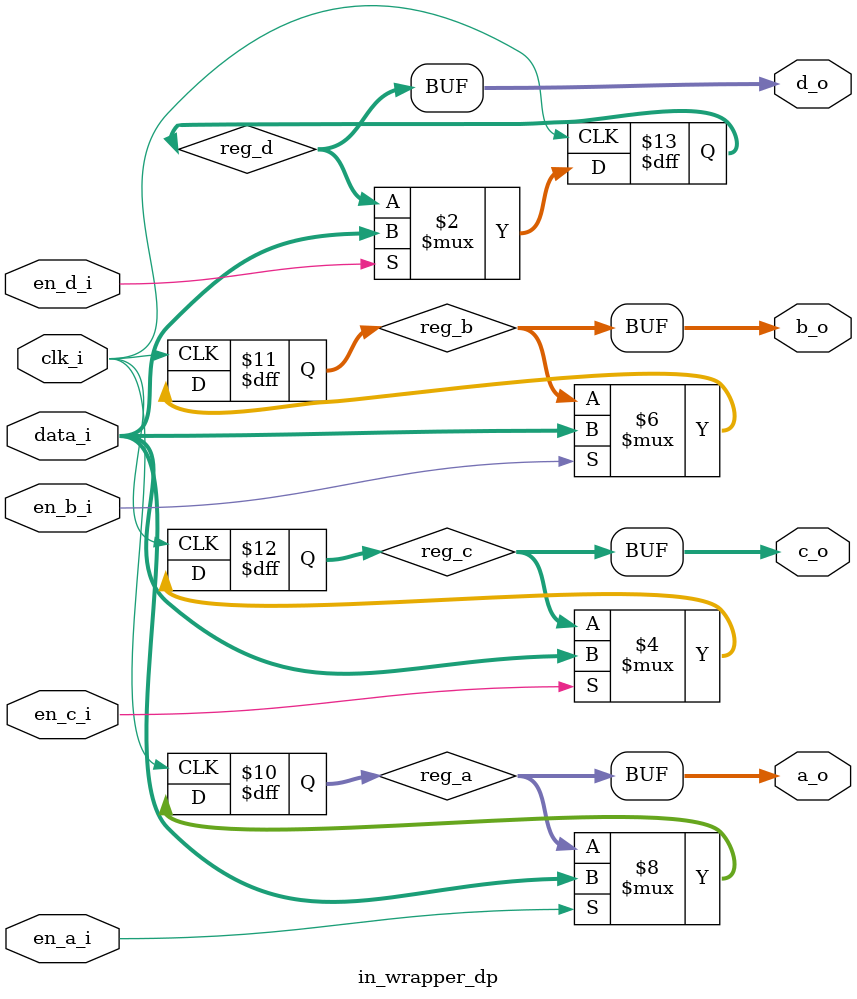
<source format=sv>


module in_wrapper_dp (
    input   logic         clk_i,
    input   logic         en_a_i,
    input   logic         en_b_i,
    input   logic         en_c_i,
    input   logic         en_d_i,
    input   logic [15:0]  data_i,
    output  logic [15:0]  a_o,
    output  logic [15:0]  b_o,
    output  logic [15:0]  c_o,
    output  logic [15:0]  d_o
  );

  logic [15:0]  reg_a;
  logic [15:0]  reg_b;
  logic [15:0]  reg_c;
  logic [15:0]  reg_d;

  always_ff @( posedge clk_i ) begin : load_registers
    if (en_a_i) begin
      reg_a <= data_i;
    end
    if (en_b_i) begin
      reg_b <= data_i;
    end
    if (en_c_i) begin
      reg_c <= data_i;
    end
    if (en_d_i) begin
      reg_d <= data_i;
    end
  end

  assign a_o = reg_a;
  assign b_o = reg_b;
  assign c_o = reg_c;
  assign d_o = reg_d;

endmodule
</source>
